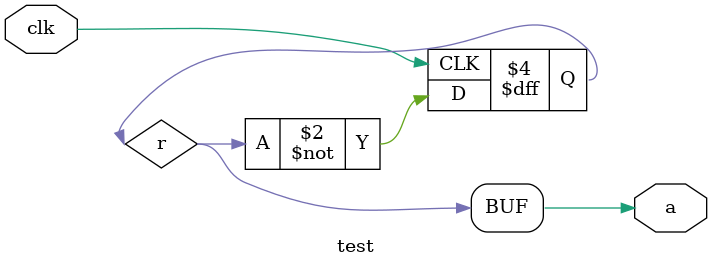
<source format=v>
module test(
	input clk,
	output a
);

reg r = 1;

always @(posedge clk)
	r = ~r;

assign a = r;

endmodule

</source>
